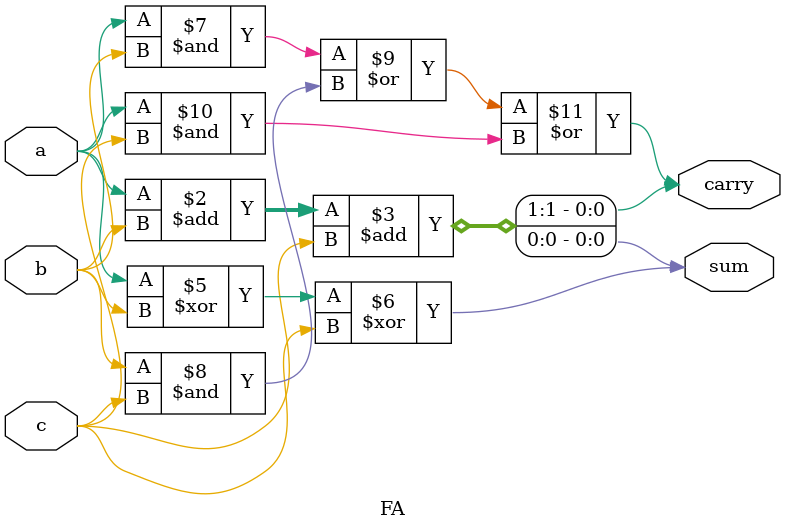
<source format=v>
module FA(a,b,c,sum,carry);
  input a,b,c;
  output reg sum,carry;   //output should be declared as reg in behavioural   
                          //modelling
//method 1  
  always@(a,b,c)  //or always(*)
    begin
      {carry,sum}=a+b+c;
    end
  
//method 2  
    always@(a,b)  //or always(*)
    begin
       sum=a^b^c;
       carry=(a&b)|(b&c)|(a&c);
    end
  
endmodule

</source>
